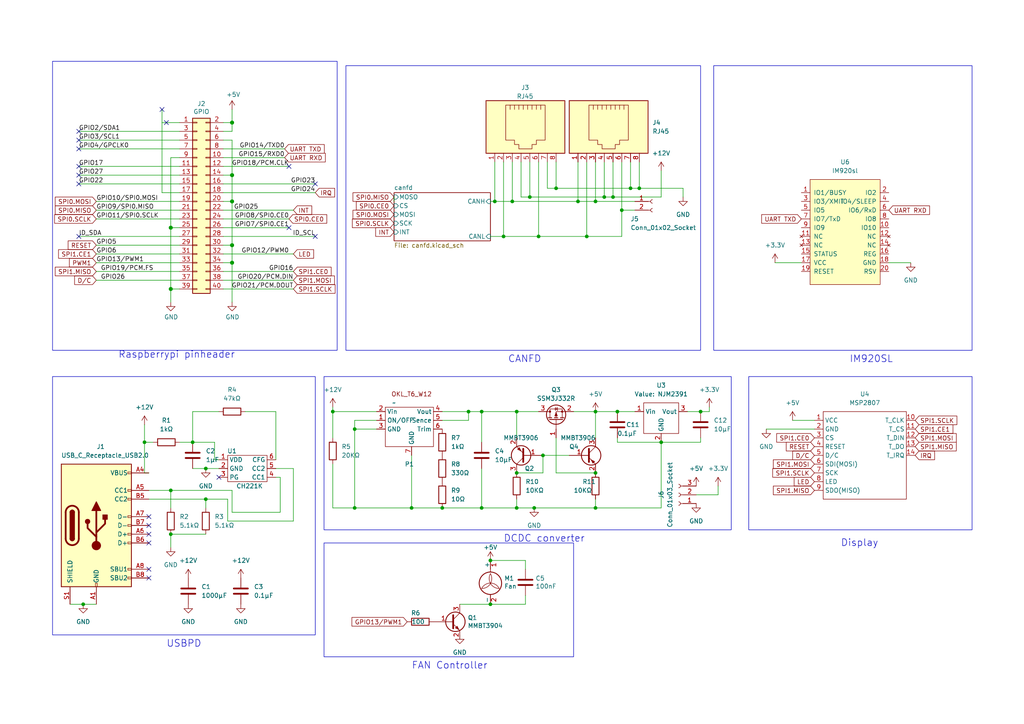
<source format=kicad_sch>
(kicad_sch (version 20230121) (generator eeschema)
  (paper "A4")
  (lib_symbols
    (symbol "+5V_1" (power) (pin_names (offset 0))
      (property "Value" "+5V_1" (at 0 3.556 0))
      (symbol "+5V_1_1_1"
        (pin power_in line (at 0 0 90) (length 0) hide (name "+5V") (number "1"))
      )
    )
    (symbol "+5V_2" (power) (pin_names (offset 0))
      (property "Value" "+5V_2" (at 0 3.556 0))
      (symbol "+5V_2_1_1"
        (pin power_in line (at 0 0 90) (length 0) hide (name "+5V") (number "1"))
      )
    )
    (symbol "+5V_3" (power) (pin_names (offset 0))
      (property "Value" "+5V_3" (at 0 3.556 0))
      (symbol "+5V_3_1_1"
        (pin power_in line (at 0 0 90) (length 0) hide (name "+5V") (number "1"))
      )
    )
    (symbol "CH:CH221K"
      (property "Reference" "U" (at -11.43 0 0))
      (property "Value" "CH221K" (at -6.35 -10.16 0))
      (symbol "CH221K_1_1"
        (pin power_in line (at -15.24 -2.54 0) (length 2.54) (name "VDD") (number "1"))
        (pin power_in line (at -15.24 -5.08 0) (length 2.54) (name "GND") (number "2"))
        (pin output line (at -15.24 -7.62 0) (length 2.54) (name "PG") (number "3"))
        (pin input line (at 1.27 -7.62 180) (length 2.54) (name "CC1") (number "4"))
        (pin input line (at 1.27 -5.08 180) (length 2.54) (name "CC2") (number "5"))
        (pin input line (at 1.27 -2.54 180) (length 2.54) (name "CFG") (number "6"))
      )
    )
    (symbol "Connector:Conn_01x02_Socket" (pin_names (offset 1.016) hide)
      (property "Reference" "J" (at 0 2.54 0))
      (property "Value" "Conn_01x02_Socket" (at 0 -5.08 0))
      (symbol "Conn_01x02_Socket_1_1"
        (pin passive line (at -5.08 0 0) (length 3.81) (name "Pin_1") (number "1"))
        (pin passive line (at -5.08 -2.54 0) (length 3.81) (name "Pin_2") (number "2"))
      )
    )
    (symbol "Connector:Conn_01x03_Socket" (pin_names (offset 1.016) hide)
      (property "Reference" "J" (at 0 5.08 0))
      (property "Value" "Conn_01x03_Socket" (at 0 -5.08 0))
      (symbol "Conn_01x03_Socket_1_1"
        (pin passive line (at -5.08 2.54 0) (length 3.81) (name "Pin_1") (number "1"))
        (pin passive line (at -5.08 0 0) (length 3.81) (name "Pin_2") (number "2"))
        (pin passive line (at -5.08 -2.54 0) (length 3.81) (name "Pin_3") (number "3"))
      )
    )
    (symbol "Connector:RJ45" (pin_names (offset 1.016))
      (property "Reference" "J" (at -5.08 13.97 0))
      (property "Value" "RJ45" (at 2.54 13.97 0))
      (symbol "RJ45_1_1"
        (pin passive line (at 10.16 -7.62 180) (length 2.54) (name "~") (number "1"))
        (pin passive line (at 10.16 -5.08 180) (length 2.54) (name "~") (number "2"))
        (pin passive line (at 10.16 -2.54 180) (length 2.54) (name "~") (number "3"))
        (pin passive line (at 10.16 0 180) (length 2.54) (name "~") (number "4"))
        (pin passive line (at 10.16 2.54 180) (length 2.54) (name "~") (number "5"))
        (pin passive line (at 10.16 5.08 180) (length 2.54) (name "~") (number "6"))
        (pin passive line (at 10.16 7.62 180) (length 2.54) (name "~") (number "7"))
        (pin passive line (at 10.16 10.16 180) (length 2.54) (name "~") (number "8"))
      )
    )
    (symbol "Connector:USB_C_Receptacle_USB2.0" (pin_names (offset 1.016))
      (property "Reference" "J" (at -10.16 19.05 0))
      (property "Value" "USB_C_Receptacle_USB2.0" (at 19.05 19.05 0))
      (symbol "USB_C_Receptacle_USB2.0_1_1"
        (pin passive line (at 0 -22.86 90) (length 5.08) (name "GND") (number "A1"))
        (pin passive line (at 0 -22.86 90) (length 5.08) hide (name "GND") (number "A12"))
        (pin passive line (at 15.24 15.24 180) (length 5.08) (name "VBUS") (number "A4"))
        (pin bidirectional line (at 15.24 10.16 180) (length 5.08) (name "CC1") (number "A5"))
        (pin bidirectional line (at 15.24 -2.54 180) (length 5.08) (name "D+") (number "A6"))
        (pin bidirectional line (at 15.24 2.54 180) (length 5.08) (name "D-") (number "A7"))
        (pin bidirectional line (at 15.24 -12.7 180) (length 5.08) (name "SBU1") (number "A8"))
        (pin passive line (at 15.24 15.24 180) (length 5.08) hide (name "VBUS") (number "A9"))
        (pin passive line (at 0 -22.86 90) (length 5.08) hide (name "GND") (number "B1"))
        (pin passive line (at 0 -22.86 90) (length 5.08) hide (name "GND") (number "B12"))
        (pin passive line (at 15.24 15.24 180) (length 5.08) hide (name "VBUS") (number "B4"))
        (pin bidirectional line (at 15.24 7.62 180) (length 5.08) (name "CC2") (number "B5"))
        (pin bidirectional line (at 15.24 -5.08 180) (length 5.08) (name "D+") (number "B6"))
        (pin bidirectional line (at 15.24 0 180) (length 5.08) (name "D-") (number "B7"))
        (pin bidirectional line (at 15.24 -15.24 180) (length 5.08) (name "SBU2") (number "B8"))
        (pin passive line (at 15.24 15.24 180) (length 5.08) hide (name "VBUS") (number "B9"))
        (pin passive line (at -7.62 -22.86 90) (length 5.08) (name "SHIELD") (number "S1"))
      )
    )
    (symbol "Connector_Generic:Conn_02x20_Odd_Even" (pin_names (offset 1.016) hide)
      (property "Reference" "J" (at 1.27 25.4 0))
      (property "Value" "Conn_02x20_Odd_Even" (at 1.27 -27.94 0))
      (symbol "Conn_02x20_Odd_Even_1_1"
        (pin passive line (at -5.08 22.86 0) (length 3.81) (name "Pin_1") (number "1"))
        (pin passive line (at 7.62 12.7 180) (length 3.81) (name "Pin_10") (number "10"))
        (pin passive line (at -5.08 10.16 0) (length 3.81) (name "Pin_11") (number "11"))
        (pin passive line (at 7.62 10.16 180) (length 3.81) (name "Pin_12") (number "12"))
        (pin passive line (at -5.08 7.62 0) (length 3.81) (name "Pin_13") (number "13"))
        (pin passive line (at 7.62 7.62 180) (length 3.81) (name "Pin_14") (number "14"))
        (pin passive line (at -5.08 5.08 0) (length 3.81) (name "Pin_15") (number "15"))
        (pin passive line (at 7.62 5.08 180) (length 3.81) (name "Pin_16") (number "16"))
        (pin passive line (at -5.08 2.54 0) (length 3.81) (name "Pin_17") (number "17"))
        (pin passive line (at 7.62 2.54 180) (length 3.81) (name "Pin_18") (number "18"))
        (pin passive line (at -5.08 0 0) (length 3.81) (name "Pin_19") (number "19"))
        (pin passive line (at 7.62 22.86 180) (length 3.81) (name "Pin_2") (number "2"))
        (pin passive line (at 7.62 0 180) (length 3.81) (name "Pin_20") (number "20"))
        (pin passive line (at -5.08 -2.54 0) (length 3.81) (name "Pin_21") (number "21"))
        (pin passive line (at 7.62 -2.54 180) (length 3.81) (name "Pin_22") (number "22"))
        (pin passive line (at -5.08 -5.08 0) (length 3.81) (name "Pin_23") (number "23"))
        (pin passive line (at 7.62 -5.08 180) (length 3.81) (name "Pin_24") (number "24"))
        (pin passive line (at -5.08 -7.62 0) (length 3.81) (name "Pin_25") (number "25"))
        (pin passive line (at 7.62 -7.62 180) (length 3.81) (name "Pin_26") (number "26"))
        (pin passive line (at -5.08 -10.16 0) (length 3.81) (name "Pin_27") (number "27"))
        (pin passive line (at 7.62 -10.16 180) (length 3.81) (name "Pin_28") (number "28"))
        (pin passive line (at -5.08 -12.7 0) (length 3.81) (name "Pin_29") (number "29"))
        (pin passive line (at -5.08 20.32 0) (length 3.81) (name "Pin_3") (number "3"))
        (pin passive line (at 7.62 -12.7 180) (length 3.81) (name "Pin_30") (number "30"))
        (pin passive line (at -5.08 -15.24 0) (length 3.81) (name "Pin_31") (number "31"))
        (pin passive line (at 7.62 -15.24 180) (length 3.81) (name "Pin_32") (number "32"))
        (pin passive line (at -5.08 -17.78 0) (length 3.81) (name "Pin_33") (number "33"))
        (pin passive line (at 7.62 -17.78 180) (length 3.81) (name "Pin_34") (number "34"))
        (pin passive line (at -5.08 -20.32 0) (length 3.81) (name "Pin_35") (number "35"))
        (pin passive line (at 7.62 -20.32 180) (length 3.81) (name "Pin_36") (number "36"))
        (pin passive line (at -5.08 -22.86 0) (length 3.81) (name "Pin_37") (number "37"))
        (pin passive line (at 7.62 -22.86 180) (length 3.81) (name "Pin_38") (number "38"))
        (pin passive line (at -5.08 -25.4 0) (length 3.81) (name "Pin_39") (number "39"))
        (pin passive line (at 7.62 20.32 180) (length 3.81) (name "Pin_4") (number "4"))
        (pin passive line (at 7.62 -25.4 180) (length 3.81) (name "Pin_40") (number "40"))
        (pin passive line (at -5.08 17.78 0) (length 3.81) (name "Pin_5") (number "5"))
        (pin passive line (at 7.62 17.78 180) (length 3.81) (name "Pin_6") (number "6"))
        (pin passive line (at -5.08 15.24 0) (length 3.81) (name "Pin_7") (number "7"))
        (pin passive line (at 7.62 15.24 180) (length 3.81) (name "Pin_8") (number "8"))
        (pin passive line (at -5.08 12.7 0) (length 3.81) (name "Pin_9") (number "9"))
      )
    )
    (symbol "Device:C" (pin_numbers hide) (pin_names (offset 0.254))
      (property "Reference" "C" (at 0.635 2.54 0))
      (property "Value" "C" (at 0.635 -2.54 0))
      (symbol "C_1_1"
        (pin passive line (at 0 3.81 270) (length 2.794) (name "~") (number "1"))
        (pin passive line (at 0 -3.81 90) (length 2.794) (name "~") (number "2"))
      )
    )
    (symbol "Device:Q_PMOS_GSD" (pin_names (offset 0) hide)
      (property "Reference" "Q" (at 5.08 1.27 0))
      (property "Value" "Q_PMOS_GSD" (at 5.08 -1.27 0))
      (symbol "Q_PMOS_GSD_1_1"
        (pin input line (at -5.08 0 0) (length 2.54) (name "G") (number "1"))
        (pin passive line (at 2.54 -5.08 90) (length 2.54) (name "S") (number "2"))
        (pin passive line (at 2.54 5.08 270) (length 2.54) (name "D") (number "3"))
      )
    )
    (symbol "Device:R" (pin_numbers hide) (pin_names (offset 0))
      (property "Reference" "R" (at 2.032 0 90))
      (property "Value" "R" (at 0 0 90))
      (symbol "R_1_1"
        (pin passive line (at 0 3.81 270) (length 1.27) (name "~") (number "1"))
        (pin passive line (at 0 -3.81 90) (length 1.27) (name "~") (number "2"))
      )
    )
    (symbol "GND_1" (power) (pin_names (offset 0))
      (property "Value" "GND_1" (at 0 -3.81 0))
      (symbol "GND_1_1_1"
        (pin power_in line (at 0 0 270) (length 0) hide (name "GND") (number "1"))
      )
    )
    (symbol "GND_2" (power) (pin_names (offset 0))
      (property "Value" "GND_2" (at 0 -3.81 0))
      (symbol "GND_2_1_1"
        (pin power_in line (at 0 0 270) (length 0) hide (name "GND") (number "1"))
      )
    )
    (symbol "GND_3" (power) (pin_names (offset 0))
      (property "Value" "GND_3" (at 0 -3.81 0))
      (symbol "GND_3_1_1"
        (pin power_in line (at 0 0 270) (length 0) hide (name "GND") (number "1"))
      )
    )
    (symbol "GND_4" (power) (pin_names (offset 0))
      (property "Value" "GND_4" (at 0 -3.81 0))
      (symbol "GND_4_1_1"
        (pin power_in line (at 0 0 270) (length 0) hide (name "GND") (number "1"))
      )
    )
    (symbol "GND_5" (power) (pin_names (offset 0))
      (property "Value" "GND_5" (at 0 -3.81 0))
      (symbol "GND_5_1_1"
        (pin power_in line (at 0 0 270) (length 0) hide (name "GND") (number "1"))
      )
    )
    (symbol "Motor:Fan" (pin_names (offset 0))
      (property "Reference" "M" (at 2.54 5.08 0))
      (property "Value" "Fan" (at 2.54 -2.54 0))
      (symbol "Fan_1_1"
        (pin passive line (at 0 7.62 270) (length 2.54) (name "+") (number "1"))
        (pin passive line (at 0 -5.08 90) (length 2.54) (name "-") (number "2"))
      )
    )
    (symbol "OKL_sym:OKL_T6_W12"
      (property "Reference" "P" (at -5.08 6.35 0))
      (symbol "OKL_T6_W12_0_0"
        (text "OKL_T6_W12" (at 0 8.89 0) (effects (font (size 1.27 1.27))))
      )
      (symbol "OKL_T6_W12_1_1"
        (pin input line (at -10.16 1.27 0) (length 2.54) (name "ON/OFF") (number "1"))
        (pin power_in line (at -10.16 3.81 0) (length 2.54) (name "Vin") (number "2"))
        (pin power_in line (at -10.16 -1.27 0) (length 2.54) (name "GND") (number "3"))
        (pin power_out line (at 8.89 3.81 180) (length 2.54) (name "Vout") (number "4"))
        (pin input line (at 8.89 1.27 180) (length 2.54) (name "Sence") (number "5"))
        (pin input line (at 8.89 -1.27 180) (length 2.54) (name "Trim") (number "6"))
        (pin power_in line (at 0 -8.89 90) (length 2.54) (name "GND") (number "7"))
      )
    )
    (symbol "Transistor_BJT:MMBT3904" (pin_names (offset 0) hide)
      (property "Reference" "Q" (at 5.08 1.905 0))
      (property "Value" "MMBT3904" (at 5.08 0 0))
      (symbol "MMBT3904_1_1"
        (pin input line (at -5.08 0 0) (length 5.715) (name "B") (number "1"))
        (pin passive line (at 2.54 -5.08 90) (length 2.54) (name "E") (number "2"))
        (pin passive line (at 2.54 5.08 270) (length 2.54) (name "C") (number "3"))
      )
    )
    (symbol "Transistor_BJT:MMBT3906" (pin_names (offset 0) hide)
      (property "Reference" "Q" (at 5.08 1.905 0))
      (property "Value" "MMBT3906" (at 5.08 0 0))
      (symbol "MMBT3906_1_1"
        (pin input line (at -5.08 0 0) (length 5.715) (name "B") (number "1"))
        (pin passive line (at 2.54 -5.08 90) (length 2.54) (name "E") (number "2"))
        (pin passive line (at 2.54 5.08 270) (length 2.54) (name "C") (number "3"))
      )
    )
    (symbol "display:MSP2807"
      (property "Reference" "U" (at -24.13 15.24 0))
      (property "Value" "MSP2807" (at -20.32 12.7 0))
      (symbol "MSP2807_1_1"
        (pin power_in line (at -34.29 8.89 0) (length 2.54) (name "VCC") (number "1"))
        (pin input line (at -5.08 8.89 180) (length 2.54) (name "T_CLK") (number "10"))
        (pin input line (at -5.08 6.35 180) (length 2.54) (name "T_CS") (number "11"))
        (pin input line (at -5.08 3.81 180) (length 2.54) (name "T_DIN") (number "12"))
        (pin input line (at -5.08 1.27 180) (length 2.54) (name "T_DO") (number "13"))
        (pin input line (at -5.08 -1.27 180) (length 2.54) (name "T_IRQ") (number "14"))
        (pin power_in line (at -34.29 6.35 0) (length 2.54) (name "GND") (number "2"))
        (pin input line (at -34.29 3.81 0) (length 2.54) (name "CS") (number "3"))
        (pin input line (at -34.29 1.27 0) (length 2.54) (name "RESET") (number "4"))
        (pin input line (at -34.29 -1.27 0) (length 2.54) (name "D/C") (number "5"))
        (pin input line (at -34.29 -3.81 0) (length 2.54) (name "SDI(MOSI)") (number "6"))
        (pin input line (at -34.29 -6.35 0) (length 2.54) (name "SCK") (number "7"))
        (pin input line (at -34.29 -8.89 0) (length 2.54) (name "LED") (number "8"))
        (pin input line (at -34.29 -11.43 0) (length 2.54) (name "SDO(MISO)") (number "9"))
      )
    )
    (symbol "interplan:IM920s" (pin_names (offset 1.016))
      (property "Reference" "U" (at 0 13.97 0))
      (property "Value" "IM920s" (at 0 -19.05 0))
      (symbol "IM920s_1_1"
        (pin input line (at -12.7 8.89 0) (length 2.54) (name "IO1/BUSY") (number "1"))
        (pin input line (at 12.7 -1.27 180) (length 2.54) (name "IO10") (number "10"))
        (pin no_connect line (at -12.7 -3.81 0) (length 2.54) (name "NC") (number "11"))
        (pin no_connect line (at 12.7 -3.81 180) (length 2.54) (name "NC") (number "12"))
        (pin no_connect line (at -12.7 -6.35 0) (length 2.54) (name "NC") (number "13"))
        (pin no_connect line (at 12.7 -6.35 180) (length 2.54) (name "NC") (number "14"))
        (pin input line (at -12.7 -8.89 0) (length 2.54) (name "STATUS") (number "15"))
        (pin input line (at 12.7 -8.89 180) (length 2.54) (name "REG") (number "16"))
        (pin input line (at -12.7 -11.43 0) (length 2.54) (name "VCC") (number "17"))
        (pin input line (at 12.7 -11.43 180) (length 2.54) (name "GND") (number "18"))
        (pin input line (at -12.7 -13.97 0) (length 2.54) (name "RESET") (number "19"))
        (pin input line (at 12.7 8.89 180) (length 2.54) (name "IO2") (number "2"))
        (pin input line (at 12.7 -13.97 180) (length 2.54) (name "RSV") (number "20"))
        (pin input line (at -12.7 6.35 0) (length 2.54) (name "IO3/XMIT") (number "3"))
        (pin input line (at 12.7 6.35 180) (length 2.54) (name "IO4/SLEEP") (number "4"))
        (pin input line (at -12.7 3.81 0) (length 2.54) (name "IO5") (number "5"))
        (pin input line (at 12.7 3.81 180) (length 2.54) (name "IO6/RxD") (number "6"))
        (pin input line (at -12.7 1.27 0) (length 2.54) (name "IO7/TxD") (number "7"))
        (pin input line (at 12.7 1.27 180) (length 2.54) (name "IO8") (number "8"))
        (pin input line (at -12.7 -1.27 0) (length 2.54) (name "IO9") (number "9"))
      )
    )
    (symbol "power:+12V" (power) (pin_names (offset 0))
      (property "Value" "+12V" (at 0 3.556 0))
      (symbol "+12V_1_1"
        (pin power_in line (at 0 0 90) (length 0) hide (name "+12V") (number "1"))
      )
    )
    (symbol "power:+3.3V" (power) (pin_names (offset 0))
      (property "Value" "+3.3V" (at 0 3.556 0))
      (symbol "+3.3V_1_1"
        (pin power_in line (at 0 0 90) (length 0) hide (name "+3.3V") (number "1"))
      )
    )
    (symbol "power:+5V" (power) (pin_names (offset 0))
      (property "Value" "+5V" (at 0 3.556 0))
      (symbol "+5V_1_1"
        (pin power_in line (at 0 0 90) (length 0) hide (name "+5V") (number "1"))
      )
    )
    (symbol "power:GND" (power) (pin_names (offset 0))
      (property "Value" "GND" (at 0 -3.81 0))
      (symbol "GND_1_1"
        (pin power_in line (at 0 0 270) (length 0) hide (name "GND") (number "1"))
      )
    )
    (symbol "regulator:NJM2845DL1"
      (property "Reference" "U" (at -2.54 7.62 0))
      (property "Value" "NJM2845DL1" (at -2.54 5.08 0) (show_name))
      (symbol "NJM2845DL1_1_1"
        (pin power_in line (at -7.62 1.27 0) (length 2.54) (name "Vin") (number "1"))
        (pin power_in line (at 0 -7.62 90) (length 2.54) (name "GND") (number "2"))
        (pin power_in line (at 7.62 1.27 180) (length 2.54) (name "Vout") (number "3"))
      )
    )
  )
  (junction (at 102.87 124.46))
  (junction (at 55.88 128.27))
  (junction (at 67.31 76.2) (diameter 1.016))
  (junction (at 67.31 58.42) (diameter 1.016))
  (junction (at 167.64 58.42))
  (junction (at 153.67 57.15))
  (junction (at 170.18 68.58))
  (junction (at 179.07 119.38))
  (junction (at 203.2 119.38))
  (junction (at 41.91 128.27))
  (junction (at 102.87 147.32))
  (junction (at 154.94 147.32))
  (junction (at 142.24 175.26))
  (junction (at 175.26 57.15))
  (junction (at 149.86 137.16))
  (junction (at 146.05 68.58))
  (junction (at 157.48 132.08))
  (junction (at 49.53 154.94))
  (junction (at 148.59 58.42))
  (junction (at 172.72 119.38))
  (junction (at 185.42 54.61))
  (junction (at 191.77 128.27))
  (junction (at 182.88 54.61))
  (junction (at 67.31 71.12) (diameter 1.016))
  (junction (at 161.29 54.61))
  (junction (at 49.53 142.24))
  (junction (at 143.51 58.42))
  (junction (at 67.31 35.56) (diameter 1.016))
  (junction (at 177.8 57.15))
  (junction (at 139.7 119.38))
  (junction (at 172.72 147.32))
  (junction (at 119.38 147.32))
  (junction (at 156.21 68.58))
  (junction (at 172.72 137.16))
  (junction (at 149.86 147.32))
  (junction (at 128.27 147.32))
  (junction (at 142.24 162.56))
  (junction (at 139.7 147.32))
  (junction (at 24.13 175.26))
  (junction (at 172.72 58.42))
  (junction (at 96.52 119.38))
  (junction (at 149.86 119.38))
  (junction (at 49.53 66.04) (diameter 1.016))
  (junction (at 49.53 83.82) (diameter 1.016))
  (junction (at 180.34 60.96))
  (junction (at 59.69 144.78))
  (junction (at 135.89 119.38))
  (junction (at 67.31 50.8) (diameter 1.016))
  (junction (at 59.69 135.89))
  (no_connect (at 22.86 48.26))
  (no_connect (at 46.99 31.75))
  (no_connect (at 83.82 48.26))
  (no_connect (at 43.18 149.86))
  (no_connect (at 91.44 68.58))
  (no_connect (at 43.18 157.48))
  (no_connect (at 48.26 35.56))
  (no_connect (at 43.18 154.94))
  (no_connect (at 43.18 152.4))
  (no_connect (at 83.82 66.04))
  (no_connect (at 22.86 38.1))
  (no_connect (at 63.5 138.43))
  (no_connect (at 43.18 165.1))
  (no_connect (at 22.86 43.18))
  (no_connect (at 22.86 40.64))
  (no_connect (at 22.86 50.8))
  (no_connect (at 43.18 167.64))
  (no_connect (at 91.44 53.34))
  (no_connect (at 22.86 68.58))
  (no_connect (at 22.86 53.34))
  (wire (pts (xy 52.07 38.1) (xy 22.86 38.1)))
  (wire (pts (xy 142.24 58.42) (xy 143.51 58.42)))
  (wire (pts (xy 59.69 135.89) (xy 63.5 135.89)))
  (wire (pts (xy 64.77 53.34) (xy 91.44 53.34)))
  (wire (pts (xy 119.38 132.08) (xy 119.38 147.32)))
  (wire (pts (xy 153.67 46.99) (xy 153.67 57.15)))
  (wire (pts (xy 22.86 40.64) (xy 52.07 40.64)))
  (wire (pts (xy 55.88 128.27) (xy 55.88 119.38)))
  (wire (pts (xy 81.28 148.59) (xy 67.31 148.59)))
  (wire (pts (xy 27.94 71.12) (xy 52.07 71.12)))
  (wire (pts (xy 143.51 46.99) (xy 143.51 58.42)))
  (wire (pts (xy 52.07 48.26) (xy 22.86 48.26)))
  (wire (pts (xy 67.31 76.2) (xy 64.77 76.2)))
  (wire (pts (xy 179.07 127) (xy 179.07 128.27)))
  (wire (pts (xy 148.59 46.99) (xy 148.59 58.42)))
  (wire (pts (xy 177.8 46.99) (xy 177.8 57.15)))
  (wire (pts (xy 27.94 78.74) (xy 52.07 78.74)))
  (wire (pts (xy 172.72 147.32) (xy 191.77 147.32)))
  (wire (pts (xy 46.99 35.56) (xy 52.07 35.56)))
  (wire (pts (xy 64.77 35.56) (xy 67.31 35.56)))
  (wire (pts (xy 149.86 147.32) (xy 149.86 144.78)))
  (wire (pts (xy 149.86 137.16) (xy 157.48 137.16)))
  (wire (pts (xy 49.53 154.94) (xy 49.53 158.75)))
  (wire (pts (xy 161.29 127) (xy 161.29 137.16)))
  (wire (pts (xy 102.87 124.46) (xy 109.22 124.46)))
  (wire (pts (xy 208.28 140.97) (xy 208.28 143.51)))
  (wire (pts (xy 64.77 43.18) (xy 82.55 43.18)))
  (wire (pts (xy 179.07 119.38) (xy 184.15 119.38)))
  (wire (pts (xy 180.34 60.96) (xy 180.34 68.58)))
  (wire (pts (xy 64.77 73.66) (xy 85.09 73.66)))
  (wire (pts (xy 66.04 151.13) (xy 85.09 151.13)))
  (wire (pts (xy 96.52 147.32) (xy 96.52 134.62)))
  (wire (pts (xy 67.31 71.12) (xy 67.31 76.2)))
  (wire (pts (xy 27.94 81.28) (xy 52.07 81.28)))
  (wire (pts (xy 149.86 119.38) (xy 156.21 119.38)))
  (wire (pts (xy 175.26 46.99) (xy 175.26 57.15)))
  (wire (pts (xy 156.21 46.99) (xy 156.21 68.58)))
  (wire (pts (xy 80.01 138.43) (xy 81.28 138.43)))
  (wire (pts (xy 27.94 73.66) (xy 52.07 73.66)))
  (wire (pts (xy 128.27 121.92) (xy 135.89 121.92)))
  (wire (pts (xy 198.12 54.61) (xy 198.12 57.15)))
  (wire (pts (xy 161.29 137.16) (xy 172.72 137.16)))
  (wire (pts (xy 264.16 76.2) (xy 257.81 76.2)))
  (wire (pts (xy 191.77 147.32) (xy 191.77 128.27)))
  (wire (pts (xy 27.94 60.96) (xy 52.07 60.96)))
  (wire (pts (xy 64.77 81.28) (xy 85.09 81.28)))
  (wire (pts (xy 154.94 147.32) (xy 172.72 147.32)))
  (wire (pts (xy 133.35 185.42) (xy 133.35 184.15)))
  (wire (pts (xy 52.07 128.27) (xy 55.88 128.27)))
  (wire (pts (xy 62.23 128.27) (xy 55.88 128.27)))
  (wire (pts (xy 49.53 66.04) (xy 49.53 83.82)))
  (wire (pts (xy 64.77 63.5) (xy 83.82 63.5)))
  (wire (pts (xy 52.07 68.58) (xy 22.86 68.58)))
  (wire (pts (xy 67.31 38.1) (xy 64.77 38.1)))
  (wire (pts (xy 175.26 57.15) (xy 177.8 57.15)))
  (wire (pts (xy 135.89 119.38) (xy 139.7 119.38)))
  (wire (pts (xy 229.87 121.92) (xy 236.22 121.92)))
  (wire (pts (xy 102.87 121.92) (xy 109.22 121.92)))
  (wire (pts (xy 158.75 54.61) (xy 161.29 54.61)))
  (wire (pts (xy 64.77 45.72) (xy 82.55 45.72)))
  (wire (pts (xy 64.77 66.04) (xy 83.82 66.04)))
  (wire (pts (xy 67.31 71.12) (xy 64.77 71.12)))
  (wire (pts (xy 67.31 35.56) (xy 67.31 38.1)))
  (wire (pts (xy 151.13 46.99) (xy 151.13 57.15)))
  (wire (pts (xy 142.24 175.26) (xy 152.4 175.26)))
  (wire (pts (xy 146.05 46.99) (xy 146.05 68.58)))
  (wire (pts (xy 177.8 57.15) (xy 191.77 57.15)))
  (wire (pts (xy 62.23 133.35) (xy 62.23 128.27)))
  (wire (pts (xy 142.24 175.26) (xy 133.35 175.26)))
  (wire (pts (xy 49.53 45.72) (xy 52.07 45.72)))
  (wire (pts (xy 172.72 58.42) (xy 184.15 58.42)))
  (wire (pts (xy 22.86 50.8) (xy 52.07 50.8)))
  (wire (pts (xy 67.31 50.8) (xy 64.77 50.8)))
  (wire (pts (xy 135.89 121.92) (xy 135.89 119.38)))
  (wire (pts (xy 185.42 46.99) (xy 185.42 54.61)))
  (wire (pts (xy 102.87 124.46) (xy 102.87 121.92)))
  (wire (pts (xy 41.91 123.19) (xy 41.91 128.27)))
  (wire (pts (xy 152.4 172.72) (xy 152.4 175.26)))
  (wire (pts (xy 67.31 31.75) (xy 67.31 35.56)))
  (wire (pts (xy 27.94 76.2) (xy 52.07 76.2)))
  (wire (pts (xy 96.52 127) (xy 96.52 119.38)))
  (wire (pts (xy 96.52 147.32) (xy 102.87 147.32)))
  (wire (pts (xy 49.53 83.82) (xy 52.07 83.82)))
  (wire (pts (xy 67.31 58.42) (xy 67.31 71.12)))
  (wire (pts (xy 49.53 142.24) (xy 67.31 142.24)))
  (wire (pts (xy 182.88 54.61) (xy 185.42 54.61)))
  (wire (pts (xy 43.18 144.78) (xy 59.69 144.78)))
  (wire (pts (xy 55.88 119.38) (xy 63.5 119.38)))
  (wire (pts (xy 205.74 119.38) (xy 203.2 119.38)))
  (wire (pts (xy 49.53 45.72) (xy 49.53 66.04)))
  (wire (pts (xy 203.2 128.27) (xy 203.2 127)))
  (wire (pts (xy 67.31 40.64) (xy 67.31 50.8)))
  (wire (pts (xy 191.77 128.27) (xy 203.2 128.27)))
  (wire (pts (xy 64.77 60.96) (xy 85.09 60.96)))
  (wire (pts (xy 24.13 175.26) (xy 27.94 175.26)))
  (wire (pts (xy 182.88 46.99) (xy 182.88 54.61)))
  (wire (pts (xy 158.75 46.99) (xy 158.75 54.61)))
  (wire (pts (xy 172.72 147.32) (xy 172.72 144.78)))
  (wire (pts (xy 167.64 58.42) (xy 172.72 58.42)))
  (wire (pts (xy 143.51 58.42) (xy 148.59 58.42)))
  (wire (pts (xy 64.77 55.88) (xy 91.44 55.88)))
  (wire (pts (xy 80.01 119.38) (xy 80.01 133.35)))
  (wire (pts (xy 22.86 53.34) (xy 52.07 53.34)))
  (wire (pts (xy 166.37 119.38) (xy 172.72 119.38)))
  (wire (pts (xy 180.34 60.96) (xy 184.15 60.96)))
  (wire (pts (xy 85.09 135.89) (xy 85.09 151.13)))
  (wire (pts (xy 41.91 137.16) (xy 43.18 137.16)))
  (wire (pts (xy 55.88 135.89) (xy 59.69 135.89)))
  (wire (pts (xy 172.72 58.42) (xy 172.72 46.99)))
  (wire (pts (xy 146.05 68.58) (xy 156.21 68.58)))
  (wire (pts (xy 67.31 148.59) (xy 67.31 142.24)))
  (wire (pts (xy 149.86 147.32) (xy 154.94 147.32)))
  (wire (pts (xy 152.4 162.56) (xy 142.24 162.56)))
  (wire (pts (xy 191.77 57.15) (xy 191.77 49.53)))
  (wire (pts (xy 114.3 57.15) (xy 114.3 58.42)))
  (wire (pts (xy 66.04 144.78) (xy 66.04 151.13)))
  (wire (pts (xy 205.74 118.11) (xy 205.74 119.38)))
  (wire (pts (xy 119.38 147.32) (xy 128.27 147.32)))
  (wire (pts (xy 139.7 147.32) (xy 149.86 147.32)))
  (wire (pts (xy 199.39 119.38) (xy 203.2 119.38)))
  (wire (pts (xy 64.77 83.82) (xy 85.09 83.82)))
  (wire (pts (xy 170.18 46.99) (xy 170.18 68.58)))
  (wire (pts (xy 67.31 76.2) (xy 67.31 87.63)))
  (wire (pts (xy 64.77 68.58) (xy 91.44 68.58)))
  (wire (pts (xy 49.53 154.94) (xy 59.69 154.94)))
  (wire (pts (xy 96.52 119.38) (xy 109.22 119.38)))
  (wire (pts (xy 49.53 66.04) (xy 52.07 66.04)))
  (wire (pts (xy 179.07 128.27) (xy 191.77 128.27)))
  (wire (pts (xy 128.27 119.38) (xy 135.89 119.38)))
  (wire (pts (xy 46.99 31.75) (xy 46.99 55.88)))
  (wire (pts (xy 142.24 68.58) (xy 146.05 68.58)))
  (wire (pts (xy 81.28 138.43) (xy 81.28 148.59)))
  (wire (pts (xy 224.79 76.2) (xy 232.41 76.2)))
  (wire (pts (xy 49.53 83.82) (xy 49.53 87.63)))
  (wire (pts (xy 149.86 119.38) (xy 149.86 127)))
  (wire (pts (xy 67.31 58.42) (xy 64.77 58.42)))
  (wire (pts (xy 157.48 137.16) (xy 157.48 132.08)))
  (wire (pts (xy 27.94 58.42) (xy 52.07 58.42)))
  (wire (pts (xy 152.4 165.1) (xy 152.4 162.56)))
  (wire (pts (xy 139.7 119.38) (xy 149.86 119.38)))
  (wire (pts (xy 139.7 119.38) (xy 139.7 128.27)))
  (wire (pts (xy 119.38 147.32) (xy 102.87 147.32)))
  (wire (pts (xy 20.32 175.26) (xy 24.13 175.26)))
  (wire (pts (xy 80.01 135.89) (xy 85.09 135.89)))
  (wire (pts (xy 180.34 46.99) (xy 180.34 60.96)))
  (wire (pts (xy 208.28 143.51) (xy 201.93 143.51)))
  (wire (pts (xy 27.94 63.5) (xy 52.07 63.5)))
  (wire (pts (xy 157.48 132.08) (xy 165.1 132.08)))
  (wire (pts (xy 64.77 48.26) (xy 83.82 48.26)))
  (wire (pts (xy 128.27 147.32) (xy 139.7 147.32)))
  (wire (pts (xy 161.29 54.61) (xy 182.88 54.61)))
  (wire (pts (xy 222.25 124.46) (xy 236.22 124.46)))
  (wire (pts (xy 49.53 147.32) (xy 49.53 142.24)))
  (wire (pts (xy 96.52 119.38) (xy 96.52 118.11)))
  (wire (pts (xy 59.69 144.78) (xy 66.04 144.78)))
  (wire (pts (xy 71.12 119.38) (xy 80.01 119.38)))
  (wire (pts (xy 41.91 128.27) (xy 44.45 128.27)))
  (wire (pts (xy 67.31 40.64) (xy 64.77 40.64)))
  (wire (pts (xy 67.31 50.8) (xy 67.31 58.42)))
  (wire (pts (xy 153.67 57.15) (xy 175.26 57.15)))
  (wire (pts (xy 161.29 46.99) (xy 161.29 54.61)))
  (wire (pts (xy 172.72 119.38) (xy 172.72 127)))
  (wire (pts (xy 185.42 54.61) (xy 198.12 54.61)))
  (wire (pts (xy 64.77 78.74) (xy 85.09 78.74)))
  (wire (pts (xy 59.69 147.32) (xy 59.69 144.78)))
  (wire (pts (xy 156.21 68.58) (xy 170.18 68.58)))
  (wire (pts (xy 41.91 128.27) (xy 41.91 137.16)))
  (wire (pts (xy 43.18 142.24) (xy 49.53 142.24)))
  (wire (pts (xy 46.99 55.88) (xy 52.07 55.88)))
  (wire (pts (xy 172.72 119.38) (xy 179.07 119.38)))
  (wire (pts (xy 22.86 43.18) (xy 52.07 43.18)))
  (wire (pts (xy 102.87 124.46) (xy 102.87 147.32)))
  (wire (pts (xy 62.23 133.35) (xy 63.5 133.35)))
  (wire (pts (xy 170.18 68.58) (xy 180.34 68.58)))
  (wire (pts (xy 139.7 135.89) (xy 139.7 147.32)))
  (wire (pts (xy 167.64 46.99) (xy 167.64 58.42)))
  (wire (pts (xy 148.59 58.42) (xy 167.64 58.42)))
  (wire (pts (xy 151.13 57.15) (xy 153.67 57.15)))
  (rectangle (start 207.01 19.05) (end 281.94 101.6))
  (rectangle (start 217.17 109.22) (end 281.94 153.67))
  (rectangle (start 15.24 17.78) (end 97.79 101.6))
  (rectangle (start 93.98 157.48) (end 166.37 190.5))
  (rectangle (start 100.33 19.05) (end 203.2 101.6))
  (rectangle (start 93.98 109.22) (end 212.09 153.67))
  (rectangle (start 15.24 109.22) (end 91.44 184.15))
  (text "FAN Controller\n" (at 119.38 194.31 0) (effects (font (size 2 2)) (justify left bottom)))
  (text "DCDC converter\n" (at 146.05 157.48 0) (effects (font (size 2 2)) (justify left bottom)))
  (text "USBPD" (at 48.26 187.96 0) (effects (font (size 2 2)) (justify left bottom)))
  (text "Display\n" (at 243.84 158.75 0) (effects (font (size 2 2)) (justify left bottom)))
  (text "IM920SL\n" (at 246.38 105.41 0) (effects (font (size 2 2)) (justify left bottom)))
  (text "Raspberrypi pinheader\n" (at 34.29 104.14 0) (effects (font (size 2 2)) (justify left bottom)))
  (text "CANFD" (at 147.32 105.41 0) (effects (font (size 2 2)) (justify left bottom)))
  (label "GPIO7{slash}SPI0.CE1" (at 83.82 66.04 180))
  (label "GPIO13{slash}PWM1" (at 27.94 76.2 0))
  (label "GPIO4{slash}GPCLK0" (at 22.86 43.18 0))
  (label "GPIO15{slash}RXD0" (at 82.55 45.72 180))
  (label "GPIO11{slash}SPI0.SCLK" (at 27.94 63.5 0))
  (label "GPIO23" (at 91.44 53.34 180))
  (label "GPIO5" (at 27.94 71.12 0))
  (label "GPIO8{slash}SPI0.CE0" (at 83.82 63.5 180))
  (label "GPIO18{slash}PCM.CLK" (at 83.82 48.26 180))
  (label "GPIO22" (at 22.86 53.34 0))
  (label "GPIO24" (at 91.44 55.88 180))
  (label "GPIO9{slash}SPI0.MISO" (at 27.94 60.96 0))
  (label "GPIO21{slash}PCM.DOUT" (at 85.09 83.82 180))
  (label "GPIO27" (at 22.86 50.8 0))
  (label "GPIO10{slash}SPI0.MOSI" (at 27.94 58.42 0))
  (label "GPIO14{slash}TXD0" (at 82.55 43.18 180))
  (label "GPIO26" (at 29.21 81.28 0))
  (label "GPIO16" (at 85.09 78.74 180))
  (label "GPIO6" (at 27.94 73.66 0))
  (label "GPIO17" (at 22.86 48.26 0))
  (label "GPIO19{slash}PCM.FS" (at 29.21 78.74 0))
  (label "GPIO2{slash}SDA1" (at 22.86 38.1 0))
  (label "GPIO3{slash}SCL1" (at 22.86 40.64 0))
  (label "GPIO20{slash}PCM.DIN" (at 85.09 81.28 180))
  (label "GPIO12{slash}PWM0" (at 83.82 73.66 180))
  (label "ID_SDA" (at 22.86 68.58 0))
  (label "ID_SCL" (at 91.44 68.58 180))
  (label "GPIO25" (at 74.93 60.96 180))
  (global_label "SPI1.CE1" (shape input) (at 27.94 73.66 180) (property "Intersheetrefs" "${INTERSHEET_REFS}" (effects hide)))
  (global_label "SPI1.MISO" (shape input) (at 236.22 142.24 180) (property "Intersheetrefs" "${INTERSHEET_REFS}" (effects hide)))
  (global_label "SPI1.SCLK" (shape input) (at 236.22 137.16 180) (property "Intersheetrefs" "${INTERSHEET_REFS}" (effects hide)))
  (global_label "IRQ" (shape input) (at 265.43 132.08 0) (property "Intersheetrefs" "${INTERSHEET_REFS}" (effects hide)))
  (global_label "SPI1.SCLK" (shape input) (at 265.43 121.92 0) (property "Intersheetrefs" "${INTERSHEET_REFS}" (effects hide)))
  (global_label "LED" (shape input) (at 85.09 73.66 0) (property "Intersheetrefs" "${INTERSHEET_REFS}" (effects hide)))
  (global_label "SPI0.MISO" (shape input) (at 114.3 57.15 180) (property "Intersheetrefs" "${INTERSHEET_REFS}" (effects hide)))
  (global_label "SPI0.SCLK" (shape input) (at 27.94 63.5 180) (property "Intersheetrefs" "${INTERSHEET_REFS}" (effects hide)))
  (global_label "IRQ" (shape input) (at 91.44 55.88 0) (property "Intersheetrefs" "${INTERSHEET_REFS}" (effects hide)))
  (global_label "SPI1.MOSI" (shape input) (at 85.09 81.28 0) (property "Intersheetrefs" "${INTERSHEET_REFS}" (effects hide)))
  (global_label "SPI0.MISO" (shape input) (at 27.94 60.96 180) (property "Intersheetrefs" "${INTERSHEET_REFS}" (effects hide)))
  (global_label "SPI0.MOSI" (shape input) (at 27.94 58.42 180) (property "Intersheetrefs" "${INTERSHEET_REFS}" (effects hide)))
  (global_label "SPI1.CE0" (shape input) (at 236.22 127 180) (property "Intersheetrefs" "${INTERSHEET_REFS}" (effects hide)))
  (global_label "LED" (shape input) (at 236.22 139.7 180) (property "Intersheetrefs" "${INTERSHEET_REFS}" (effects hide)))
  (global_label "SPI1.SCLK" (shape input) (at 85.09 83.82 0) (property "Intersheetrefs" "${INTERSHEET_REFS}" (effects hide)))
  (global_label "SPI1.MOSI" (shape input) (at 236.22 134.62 180) (property "Intersheetrefs" "${INTERSHEET_REFS}" (effects hide)))
  (global_label "SPI1.CE0" (shape input) (at 85.09 78.74 0) (property "Intersheetrefs" "${INTERSHEET_REFS}" (effects hide)))
  (global_label "D{slash}C" (shape input) (at 27.94 81.28 180) (property "Intersheetrefs" "${INTERSHEET_REFS}" (effects hide)))
  (global_label "SPI1.MOSI" (shape input) (at 265.43 127 0) (property "Intersheetrefs" "${INTERSHEET_REFS}" (effects hide)))
  (global_label "SPI0.CE0" (shape input) (at 83.82 63.5 0) (property "Intersheetrefs" "${INTERSHEET_REFS}" (effects hide)))
  (global_label "SPI1.CE1" (shape input) (at 265.43 124.46 0) (property "Intersheetrefs" "${INTERSHEET_REFS}" (effects hide)))
  (global_label "INT" (shape input) (at 114.3 67.31 180) (property "Intersheetrefs" "${INTERSHEET_REFS}" (effects hide)))
  (global_label "RESET" (shape input) (at 27.94 71.12 180) (property "Intersheetrefs" "${INTERSHEET_REFS}" (effects hide)))
  (global_label "UART RXD" (shape input) (at 257.81 60.96 0) (property "Intersheetrefs" "${INTERSHEET_REFS}" (effects hide)))
  (global_label "D{slash}C" (shape input) (at 236.22 132.08 180) (property "Intersheetrefs" "${INTERSHEET_REFS}" (effects hide)))
  (global_label "GPIO13{slash}PWM1" (shape input) (at 118.11 180.34 180) (property "Intersheetrefs" "${INTERSHEET_REFS}" (effects hide)))
  (global_label "SPI1.MISO" (shape input) (at 27.94 78.74 180) (property "Intersheetrefs" "${INTERSHEET_REFS}" (effects hide)))
  (global_label "SPI0.MOSI" (shape input) (at 114.3 62.23 180) (property "Intersheetrefs" "${INTERSHEET_REFS}" (effects hide)))
  (global_label "SPI0.SCLK" (shape input) (at 114.3 64.77 180) (property "Intersheetrefs" "${INTERSHEET_REFS}" (effects hide)))
  (global_label "UART TXD" (shape input) (at 232.41 63.5 180) (property "Intersheetrefs" "${INTERSHEET_REFS}" (effects hide)))
  (global_label "SPI0.CE0" (shape input) (at 114.3 59.69 180) (property "Intersheetrefs" "${INTERSHEET_REFS}" (effects hide)))
  (global_label "UART TXD" (shape input) (at 82.55 43.18 0) (property "Intersheetrefs" "${INTERSHEET_REFS}" (effects hide)))
  (global_label "PWM1" (shape input) (at 27.94 76.2 180) (property "Intersheetrefs" "${INTERSHEET_REFS}" (effects hide)))
  (global_label "INT" (shape input) (at 85.09 60.96 0) (property "Intersheetrefs" "${INTERSHEET_REFS}" (effects hide)))
  (global_label "RESET" (shape input) (at 236.22 129.54 180) (property "Intersheetrefs" "${INTERSHEET_REFS}" (effects hide)))
  (global_label "SPI1.MISO" (shape input) (at 265.43 129.54 0) (property "Intersheetrefs" "${INTERSHEET_REFS}" (effects hide)))
  (global_label "UART RXD" (shape input) (at 82.55 45.72 0) (property "Intersheetrefs" "${INTERSHEET_REFS}" (effects hide)))
  (symbol (lib_name "GND_1") (lib_id "power:GND") (at 154.94 147.32 0) (unit 1)
    (property "Reference" "#PWR016" (effects hide))
    (property "Value" "GND" (at 154.94 152.4 0))
  )
  (symbol (lib_id "Device:R") (at 128.27 135.89 0) (unit 1)
    (property "Reference" "R8" (at 130.81 134.62 0) (effects (justify left)))
    (property "Value" "330Ω" (at 130.81 137.16 0) (effects (justify left)))
    (property "Footprint" "Resistor_SMD:R_0805_2012Metric_Pad1.20x1.40mm_HandSolder" (effects hide))
  )
  (symbol (lib_id "Device:C") (at 179.07 123.19 0) (unit 1)
    (property "Reference" "C11" (at 181.61 123.19 0) (effects (justify left)))
    (property "Value" "0.1μF" (at 179.07 125.73 0) (effects (justify left)))
    (property "Footprint" "Capacitor_SMD:C_0603_1608Metric_Pad1.08x0.95mm_HandSolder" (effects hide))
  )
  (symbol (lib_id "Transistor_BJT:MMBT3906") (at 152.4 132.08 180) (unit 1)
    (property "Reference" "Q2" (at 154.94 135.89 0) (effects (justify left)))
    (property "Value" "MMBT3906" (at 156.21 127 0) (effects (justify left)))
    (property "Footprint" "Package_TO_SOT_SMD:SOT-23" (effects hide))
    (property "Datasheet" "https://www.onsemi.com/pdf/datasheet/pzt3906-d.pdf" (effects hide))
  )
  (symbol (lib_id "Connector:Conn_01x03_Socket") (at 196.85 143.51 180) (unit 1)
    (property "Reference" "J6" (at 191.77 143.51 90))
    (property "Value" "Conn_01x03_Socket" (at 194.31 143.51 90))
    (property "Footprint" "Connector_PinHeader_2.54mm:PinHeader_1x03_P2.54mm_Vertical" (effects hide))
  )
  (symbol (lib_id "power:GND") (at 69.85 175.26 0) (unit 1)
    (property "Reference" "#PWR010" (effects hide))
    (property "Value" "GND" (at 69.85 180.34 0))
  )
  (symbol (lib_id "power:+12V") (at 69.85 167.64 0) (unit 1)
    (property "Reference" "#PWR09" (effects hide))
    (property "Value" "+12V" (at 69.85 162.56 0))
  )
  (symbol (lib_id "Device:R") (at 128.27 143.51 0) (unit 1)
    (property "Reference" "R9" (at 130.81 142.24 0) (effects (justify left)))
    (property "Value" "10Ω" (at 130.81 144.78 0) (effects (justify left)))
    (property "Footprint" "Resistor_SMD:R_0805_2012Metric_Pad1.20x1.40mm_HandSolder" (effects hide))
  )
  (symbol (lib_id "Device:R") (at 149.86 140.97 0) (unit 1)
    (property "Reference" "R10" (at 152.4 139.7 0) (effects (justify left)))
    (property "Value" "10KΩ" (at 152.4 142.24 0) (effects (justify left)))
    (property "Footprint" "Resistor_SMD:R_0805_2012Metric_Pad1.20x1.40mm_HandSolder" (effects hide))
  )
  (symbol (lib_id "power:+12V") (at 191.77 49.53 0) (unit 1)
    (property "Reference" "#PWR018" (effects hide))
    (property "Value" "+12V" (at 191.77 44.45 0))
  )
  (symbol (lib_id "power:GND") (at 198.12 57.15 0) (unit 1)
    (property "Reference" "#PWR021" (effects hide))
    (property "Value" "GND" (at 198.12 62.23 0))
  )
  (symbol (lib_id "Connector_Generic:Conn_02x20_Odd_Even") (at 57.15 58.42 0) (unit 1)
    (property "Reference" "J2" (at 58.42 30.0798 0))
    (property "Value" "GPIO" (at 58.42 32.385 0))
    (property "Footprint" "Connector_PinSocket_2.54mm:PinSocket_2x20_P2.54mm_Vertical" (effects hide))
  )
  (symbol (lib_id "power:+12V") (at 96.52 118.11 0) (unit 1)
    (property "Reference" "#PWR013" (effects hide))
    (property "Value" "+12V" (at 96.52 113.03 0))
  )
  (symbol (lib_name "+5V_3") (lib_id "power:+5V") (at 142.24 162.56 0) (unit 1)
    (property "Reference" "#PWR015" (effects hide))
    (property "Value" "+5V" (at 142.24 158.75 0))
  )
  (symbol (lib_id "power:GND") (at 54.61 175.26 0) (unit 1)
    (property "Reference" "#PWR07" (effects hide))
    (property "Value" "GND" (at 54.61 180.34 0))
  )
  (symbol (lib_id "Device:C") (at 139.7 132.08 0) (unit 1)
    (property "Reference" "C4" (at 143.51 130.81 0) (effects (justify left)))
    (property "Value" "10μF" (at 143.51 133.35 0) (effects (justify left)))
    (property "Footprint" "Capacitor_SMD:C_0805_2012Metric_Pad1.18x1.45mm_HandSolder" (effects hide))
  )
  (symbol (lib_id "Connector:RJ45") (at 175.26 36.83 270) (unit 1)
    (property "Reference" "J4" (at 189.23 35.56 90) (effects (justify left)))
    (property "Value" "RJ45" (at 189.23 38.1 90) (effects (justify left)))
    (property "Footprint" "akiRJ45:7810-8P8C" (effects hide))
  )
  (symbol (lib_id "Device:R") (at 172.72 140.97 0) (unit 1)
    (property "Reference" "R11" (at 168.91 139.7 0) (effects (justify left)))
    (property "Value" "10KΩ" (at 166.37 142.24 0) (effects (justify left)))
    (property "Footprint" "Resistor_SMD:R_0805_2012Metric_Pad1.20x1.40mm_HandSolder" (effects hide))
  )
  (symbol (lib_id "Device:R") (at 96.52 130.81 0) (unit 1)
    (property "Reference" "R5" (at 99.06 129.54 0) (effects (justify left)))
    (property "Value" "20KΩ" (at 99.06 132.08 0) (effects (justify left)))
    (property "Footprint" "Resistor_SMD:R_0805_2012Metric_Pad1.20x1.40mm_HandSolder" (effects hide))
  )
  (symbol (lib_id "Connector:Conn_01x02_Socket") (at 189.23 58.42 0) (unit 1)
    (property "Reference" "J5" (at 182.88 63.5 0) (effects (justify left)))
    (property "Value" "Conn_01x02_Socket" (at 182.88 66.04 0) (effects (justify left)))
    (property "Footprint" "Connector_PinHeader_2.54mm:PinHeader_1x02_P2.54mm_Vertical" (effects hide))
  )
  (symbol (lib_id "Connector:USB_C_Receptacle_USB2.0") (at 27.94 152.4 0) (unit 1)
    (property "Reference" "J1" (at 29.21 129.54 0))
    (property "Value" "USB_C_Receptacle_USB2.0" (at 30.48 132.08 0))
    (property "Footprint" "Connector_USB:USB_C_Receptacle_HCTL_HC-TYPE-C-16P-01A" (effects hide))
    (property "Datasheet" "https://www.usb.org/sites/default/files/documents/usb_type-c.zip" (effects hide))
  )
  (symbol (lib_id "power:+5V") (at 67.31 31.75 0) (unit 1)
    (property "Reference" "#PWR011" (effects hide))
    (property "Value" "+5V" (at 67.6783 27.4256 0))
  )
  (symbol (lib_id "Device:C") (at 55.88 132.08 0) (unit 1)
    (property "Reference" "C2" (at 59.69 130.81 0) (effects (justify left)))
    (property "Value" "1μF" (at 59.69 133.35 0) (effects (justify left)))
    (property "Footprint" "Capacitor_SMD:C_0805_2012Metric_Pad1.18x1.45mm_HandSolder" (effects hide))
  )
  (symbol (lib_name "GND_4") (lib_id "power:GND") (at 222.25 124.46 0) (unit 1)
    (property "Reference" "#PWR033" (effects hide))
    (property "Value" "GND" (at 222.25 129.54 0))
  )
  (symbol (lib_id "Device:R") (at 49.53 151.13 0) (unit 1)
    (property "Reference" "R2" (at 52.07 149.86 0) (effects (justify left)))
    (property "Value" "5.1kΩ" (at 52.07 152.4 0) (effects (justify left)))
    (property "Footprint" "Resistor_SMD:R_0805_2012Metric_Pad1.20x1.40mm_HandSolder" (effects hide))
  )
  (symbol (lib_id "power:GND") (at 49.53 87.63 0) (unit 1)
    (property "Reference" "#PWR05" (effects hide))
    (property "Value" "GND" (at 49.6443 91.9544 0))
  )
  (symbol (lib_id "display:MSP2807") (at 270.51 130.81 0) (unit 1)
    (property "Reference" "U4" (at 250.825 114.3 0))
    (property "Value" "MSP2807" (at 250.825 116.84 0))
    (property "Footprint" "MSP2807:MSP2807" (effects hide))
  )
  (symbol (lib_id "power:+12V") (at 41.91 123.19 0) (unit 1)
    (property "Reference" "#PWR02" (effects hide))
    (property "Value" "+12V" (at 41.91 118.11 0))
  )
  (symbol (lib_id "power:GND") (at 24.13 175.26 0) (unit 1)
    (property "Reference" "#PWR01" (effects hide))
    (property "Value" "GND" (at 24.13 180.34 0))
  )
  (symbol (lib_id "Device:Q_PMOS_GSD") (at 161.29 121.92 90) (unit 1)
    (property "Reference" "Q3" (at 161.29 113.03 90))
    (property "Value" "SSM3J332R" (at 161.29 115.57 90))
    (property "Footprint" "Package_TO_SOT_SMD:SOT-23" (effects hide))
  )
  (symbol (lib_name "GND_3") (lib_id "power:GND") (at 133.35 184.15 0) (unit 1)
    (property "Reference" "#PWR014" (effects hide))
    (property "Value" "GND" (at 133.35 189.23 0))
  )
  (symbol (lib_id "power:GND") (at 67.31 87.63 0) (unit 1)
    (property "Reference" "#PWR012" (effects hide))
    (property "Value" "GND" (at 67.4243 91.9544 0))
  )
  (symbol (lib_id "Motor:Fan") (at 142.24 170.18 0) (unit 1)
    (property "Reference" "M1" (at 146.2532 167.7416 0) (effects (justify left)))
    (property "Value" "Fan" (at 146.2532 170.053 0) (effects (justify left)))
    (property "Footprint" "pihat_cooling:fan_30mm" (effects hide))
  )
  (symbol (lib_name "+5V_1") (lib_id "power:+5V") (at 229.87 121.92 0) (unit 1)
    (property "Reference" "#PWR034" (effects hide))
    (property "Value" "+5V" (at 229.87 116.84 0))
  )
  (symbol (lib_id "power:+3.3V") (at 208.28 140.97 0) (unit 1)
    (property "Reference" "#PWR022" (effects hide))
    (property "Value" "+3.3V" (at 208.28 135.89 0))
  )
  (symbol (lib_id "power:+12V") (at 54.61 167.64 0) (unit 1)
    (property "Reference" "#PWR06" (effects hide))
    (property "Value" "+12V" (at 54.61 162.56 0))
  )
  (symbol (lib_id "Device:R") (at 128.27 128.27 0) (unit 1)
    (property "Reference" "R7" (at 130.81 127 0) (effects (justify left)))
    (property "Value" "1kΩ" (at 130.81 129.54 0) (effects (justify left)))
    (property "Footprint" "Resistor_SMD:R_0805_2012Metric_Pad1.20x1.40mm_HandSolder" (effects hide))
  )
  (symbol (lib_id "Transistor_BJT:MMBT3906") (at 170.18 132.08 0) (unit 1)
    (property "Reference" "Q4" (at 165.1 129.54 0) (effects (justify left)))
    (property "Value" "MMBT3906" (at 162.56 127 0) (effects (justify left)))
    (property "Footprint" "Package_TO_SOT_SMD:SOT-23" (effects hide))
    (property "Datasheet" "https://www.onsemi.com/pdf/datasheet/pzt3906-d.pdf" (effects hide))
  )
  (symbol (lib_id "Device:R") (at 121.92 180.34 270) (unit 1)
    (property "Reference" "R6" (at 121.92 177.8 90) (effects (justify right)))
    (property "Value" "100" (at 123.19 180.34 90) (effects (justify right)))
    (property "Footprint" "Resistor_SMD:R_0805_2012Metric_Pad1.20x1.40mm_HandSolder" (effects hide))
  )
  (symbol (lib_name "+5V_2") (lib_id "power:+5V") (at 201.93 140.97 0) (unit 1)
    (property "Reference" "#PWR019" (effects hide))
    (property "Value" "+5V" (at 201.93 135.89 0))
  )
  (symbol (lib_id "Device:R") (at 59.69 151.13 0) (unit 1)
    (property "Reference" "R3" (at 62.23 149.86 0) (effects (justify left)))
    (property "Value" "5.1kΩ" (at 62.23 152.4 0) (effects (justify left)))
    (property "Footprint" "Resistor_SMD:R_0805_2012Metric_Pad1.20x1.40mm_HandSolder" (effects hide))
  )
  (symbol (lib_id "power:+3.3V") (at 224.79 76.2 0) (unit 1)
    (property "Reference" "#PWR035" (effects hide))
    (property "Value" "+3.3V" (at 224.79 71.12 0))
  )
  (symbol (lib_id "power:GND") (at 59.69 135.89 0) (unit 1)
    (property "Reference" "#PWR08" (effects hide))
    (property "Value" "GND" (at 59.69 140.97 0))
  )
  (symbol (lib_id "Device:C") (at 203.2 123.19 0) (unit 1)
    (property "Reference" "C12" (at 207.01 121.92 0) (effects (justify left)))
    (property "Value" "10µF " (at 207.01 124.46 0) (effects (justify left)))
    (property "Footprint" "Capacitor_SMD:C_0805_2012Metric_Pad1.18x1.45mm_HandSolder" (effects hide))
  )
  (symbol (lib_id "power:+3.3V") (at 205.74 118.11 0) (unit 1)
    (property "Reference" "#PWR04" (effects hide))
    (property "Value" "+3.3V" (at 205.74 113.03 0))
  )
  (symbol (lib_name "+5V_1") (lib_id "power:+5V") (at 172.72 119.38 0) (unit 1)
    (property "Reference" "#PWR017" (effects hide))
    (property "Value" "+5V" (at 172.72 114.3 0))
  )
  (symbol (lib_id "Transistor_BJT:MMBT3904") (at 130.81 180.34 0) (unit 1)
    (property "Reference" "Q1" (at 135.6614 179.1716 0) (effects (justify left)))
    (property "Value" "MMBT3904" (at 135.6614 181.483 0) (effects (justify left)))
    (property "Footprint" "Package_TO_SOT_SMD:SOT-23" (effects hide))
    (property "Datasheet" "https://www.onsemi.com/pub/Collateral/2N3903-D.PDF" (effects hide))
  )
  (symbol (lib_id "Device:R") (at 67.31 119.38 90) (unit 1)
    (property "Reference" "R4" (at 67.31 113.03 90))
    (property "Value" "47kΩ" (at 67.31 115.57 90))
    (property "Footprint" "Resistor_SMD:R_0805_2012Metric_Pad1.20x1.40mm_HandSolder" (effects hide))
  )
  (symbol (lib_id "Connector:RJ45") (at 151.13 36.83 270) (unit 1)
    (property "Reference" "J3" (at 151.13 25.4 90) (effects (justify left)))
    (property "Value" "RJ45" (at 149.86 27.94 90) (effects (justify left)))
    (property "Footprint" "akiRJ45:7810-8P8C" (effects hide))
  )
  (symbol (lib_id "power:GND") (at 49.53 158.75 0) (unit 1)
    (property "Reference" "#PWR03" (effects hide))
    (property "Value" "GND" (at 49.53 163.83 0))
  )
  (symbol (lib_id "Device:C") (at 54.61 171.45 0) (unit 1)
    (property "Reference" "C1" (at 58.42 170.18 0) (effects (justify left)))
    (property "Value" "1000μF" (at 58.42 172.72 0) (effects (justify left)))
    (property "Footprint" "Capacitor_THT:C_Radial_D10.0mm_H12.5mm_P5.00mm" (effects hide))
    (property "Sim.Device" "C" (effects hide))
    (property "Sim.Pins" "1=+ 2=-" (effects hide))
  )
  (symbol (lib_id "Device:C") (at 152.4 168.91 0) (unit 1)
    (property "Reference" "C5" (at 155.321 167.7416 0) (effects (justify left)))
    (property "Value" "100nF" (at 155.321 170.053 0) (effects (justify left)))
    (property "Footprint" "Capacitor_SMD:C_0805_2012Metric" (effects hide))
  )
  (symbol (lib_id "OKL_sym:OKL_T6_W12") (at 119.38 123.19 0) (unit 1)
    (property "Reference" "P1" (at 118.745 134.62 0))
    (property "Value" "~" (at 114.3 116.84 0))
    (property "Footprint" "okL:OKLT6W12NC" (effects hide))
  )
  (symbol (lib_id "Device:R") (at 48.26 128.27 90) (unit 1)
    (property "Reference" "R1" (at 48.26 121.92 90))
    (property "Value" "1kΩ" (at 48.26 124.46 90))
    (property "Footprint" "Resistor_SMD:R_0805_2012Metric_Pad1.20x1.40mm_HandSolder" (effects hide))
  )
  (symbol (lib_name "GND_2") (lib_id "power:GND") (at 201.93 146.05 0) (unit 1)
    (property "Reference" "#PWR020" (effects hide))
    (property "Value" "GND" (at 201.93 151.13 0))
  )
  (symbol (lib_id "CH:CH221K") (at 78.74 130.81 0) (unit 1)
    (property "Reference" "U1" (at 67.31 130.81 0))
    (property "Value" "CH221K" (at 72.39 140.97 0))
    (property "Footprint" "Package_TO_SOT_SMD:SOT-23-6" (effects hide))
  )
  (symbol (lib_id "Device:C") (at 69.85 171.45 0) (unit 1)
    (property "Reference" "C3" (at 73.66 170.18 0) (effects (justify left)))
    (property "Value" "0.1μF" (at 73.66 172.72 0) (effects (justify left)))
    (property "Footprint" "Capacitor_SMD:C_0603_1608Metric_Pad1.08x0.95mm_HandSolder" (effects hide))
    (property "Sim.Device" "C" (effects hide))
    (property "Sim.Pins" "1=+ 2=-" (effects hide))
  )
  (symbol (lib_name "GND_5") (lib_id "power:GND") (at 264.16 76.2 0) (unit 1)
    (property "Reference" "#PWR036" (effects hide))
    (property "Value" "GND" (at 264.16 81.28 0))
  )
  (symbol (lib_id "interplan:IM920s") (at 245.11 64.77 0) (unit 1)
    (property "Reference" "U6" (at 245.11 46.99 0))
    (property "Value" "IM920sl" (at 245.11 49.53 0))
    (property "Footprint" "interplan:IM920s" (effects hide))
  )
  (symbol (lib_id "regulator:NJM2845DL1") (at 191.77 120.65 0) (unit 1)
    (property "Reference" "U3" (at 191.77 111.76 0))
    (property "Value" "NJM2391" (at 191.77 114.3 0) (show_name))
    (property "Footprint" "Package_TO_SOT_SMD:TO-252-2" (effects hide))
  )
  (sheet (at 114.3 55.88) (size 27.94 13.97) (stroke (width 0.1524))
    (property "Sheetname" "canfd" (at 114.3 55.1684 0) (effects (justify left bottom)))
    (property "Sheetfile" "canfd.kicad_sch" (at 114.3 70.4346 0) (effects (justify left top)))
    (pin "MOSO" input (at 114.3 57.15 180))
    (pin "CS" input (at 114.3 59.69 180))
    (pin "MOSI" input (at 114.3 62.23 180))
    (pin "SCK" input (at 114.3 64.77 180))
    (pin "INT" input (at 114.3 67.31 180))
    (pin "CANL" input (at 142.24 68.58 0))
    (pin "CANH" input (at 142.24 58.42 0))
  )
)
</source>
